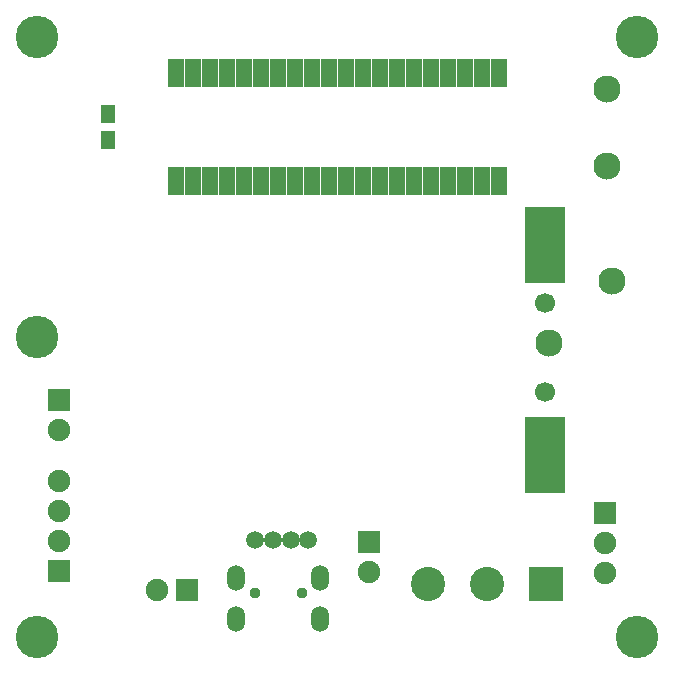
<source format=gbr>
G04 #@! TF.FileFunction,Soldermask,Top*
%FSLAX46Y46*%
G04 Gerber Fmt 4.6, Leading zero omitted, Abs format (unit mm)*
G04 Created by KiCad (PCBNEW 4.0.2-stable) date 24.08.2018 1:20:05*
%MOMM*%
G01*
G04 APERTURE LIST*
%ADD10C,0.100000*%
%ADD11R,1.400000X2.400000*%
%ADD12C,3.600000*%
%ADD13R,1.300000X1.600000*%
%ADD14C,2.300000*%
%ADD15C,2.900000*%
%ADD16R,2.900000X2.900000*%
%ADD17R,1.900000X1.900000*%
%ADD18O,1.900000X1.900000*%
%ADD19C,1.900000*%
%ADD20O,1.500000X2.200000*%
%ADD21C,0.950000*%
%ADD22R,3.400000X6.400000*%
%ADD23C,1.700000*%
%ADD24C,1.500000*%
G04 APERTURE END LIST*
D10*
D11*
X133320000Y-61450000D03*
X134760000Y-61450000D03*
X136200000Y-61450000D03*
X137640000Y-61450000D03*
X139080000Y-61450000D03*
X139080000Y-52250000D03*
X137640000Y-52250000D03*
X136200000Y-52250000D03*
X134760000Y-52250000D03*
X133320000Y-52250000D03*
D12*
X100000000Y-74600000D03*
X150800000Y-100000000D03*
X150800000Y-49200000D03*
X100000000Y-49200000D03*
D11*
X111720000Y-61450000D03*
X113160000Y-61450000D03*
X114600000Y-61450000D03*
X116040000Y-61450000D03*
X117480000Y-61450000D03*
X117480000Y-52250000D03*
X116040000Y-52250000D03*
X114600000Y-52250000D03*
X113160000Y-52250000D03*
X111720000Y-52250000D03*
D13*
X106000000Y-55750000D03*
X106000000Y-57950000D03*
D11*
X118920000Y-61450000D03*
X120360000Y-61450000D03*
X121800000Y-61450000D03*
X123240000Y-61450000D03*
X124680000Y-61450000D03*
X124680000Y-52250000D03*
X123240000Y-52250000D03*
X121800000Y-52250000D03*
X120360000Y-52250000D03*
X118920000Y-52250000D03*
X126120000Y-61450000D03*
X127560000Y-61450000D03*
X129000000Y-61450000D03*
X130440000Y-61450000D03*
X131880000Y-61450000D03*
X131880000Y-52250000D03*
X130440000Y-52250000D03*
X129000000Y-52250000D03*
X127560000Y-52250000D03*
X126120000Y-52250000D03*
D14*
X148250000Y-53650000D03*
X148250000Y-60150000D03*
X148653301Y-69846699D03*
X143350000Y-75150000D03*
D15*
X133100000Y-95500000D03*
X138100000Y-95500000D03*
D16*
X143100000Y-95500000D03*
D17*
X128100000Y-92000000D03*
D18*
X128100000Y-94540000D03*
D17*
X148100000Y-89500000D03*
D19*
X148100000Y-92040000D03*
X148100000Y-94580000D03*
D17*
X112700000Y-96050000D03*
D18*
X110160000Y-96050000D03*
D17*
X101800000Y-80000000D03*
D18*
X101800000Y-82540000D03*
D17*
X101800000Y-94400000D03*
D18*
X101800000Y-91860000D03*
X101800000Y-89320000D03*
X101800000Y-86780000D03*
D20*
X116825000Y-95010000D03*
X123975000Y-95010000D03*
X116825000Y-98480000D03*
D21*
X118400000Y-96330000D03*
X122400000Y-96330000D03*
D20*
X123975000Y-98480000D03*
D12*
X100000000Y-100000000D03*
D22*
X142950000Y-66860000D03*
D23*
X142950000Y-71750000D03*
X142950000Y-79250000D03*
D22*
X142950000Y-84630000D03*
D24*
X122950000Y-91850000D03*
X121450000Y-91850000D03*
X119950000Y-91850000D03*
X118450000Y-91850000D03*
M02*

</source>
